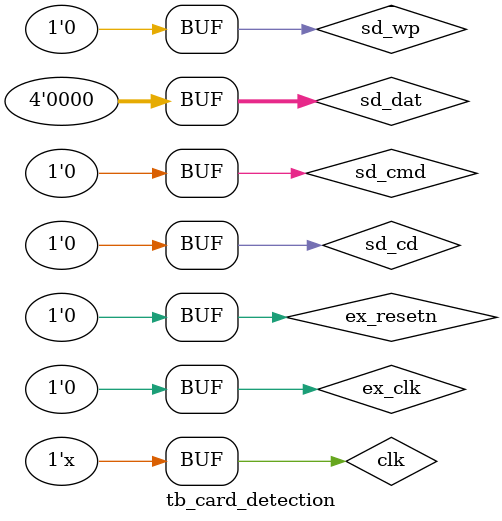
<source format=v>
module tb_card_detection;

    reg ex_clk, ex_resetn, sd_cmd, sd_cd, sd_wp;
    reg [3:0] sd_dat;

    specparam ENABLE = 1'b1, DISABLE = 1'b0;

    sd_host_controller uut(ex_clk, ex_resetn, sd_dat, sd_cmd, sd_cd, sd_wp);

    initial begin
        {ex_clk, ex_resetn, sd_dat, sd_cmd, sd_cd, sd_wp} = 'b0; #5;

        // Reset
        ex_resetn = 1'b1; #10;
        ex_resetn = 1'b0; #10;

        // To enable interrupt for card detection, write 1 to the following bits
        // Card Insertion Status Enable in the Normal Interrupt Status Enable register
        // Card Insertion Status Enable in the Normal Interrupt Signal Enable register
        // Card Removal Status Enable in the Normal Interrupt Status Enable register
        // Card Removal Status Enable in the Normal Interrupt Signal Enable register
        uut.datapath.regbank.norm_int_status_reg[6] = ENABLE;
        uut.datapath.regbank.norm_int_sig_en_reg[6] = ENABLE;
        uut.datapath.regbank.norm_int_status_reg[7] = ENABLE;
        uut.datapath.regbank.norm_int_sig_en_reg[7] = ENABLE; #100;

        //  
        
        
    end

    always #5 clk = ~clk;

endmodule
</source>
